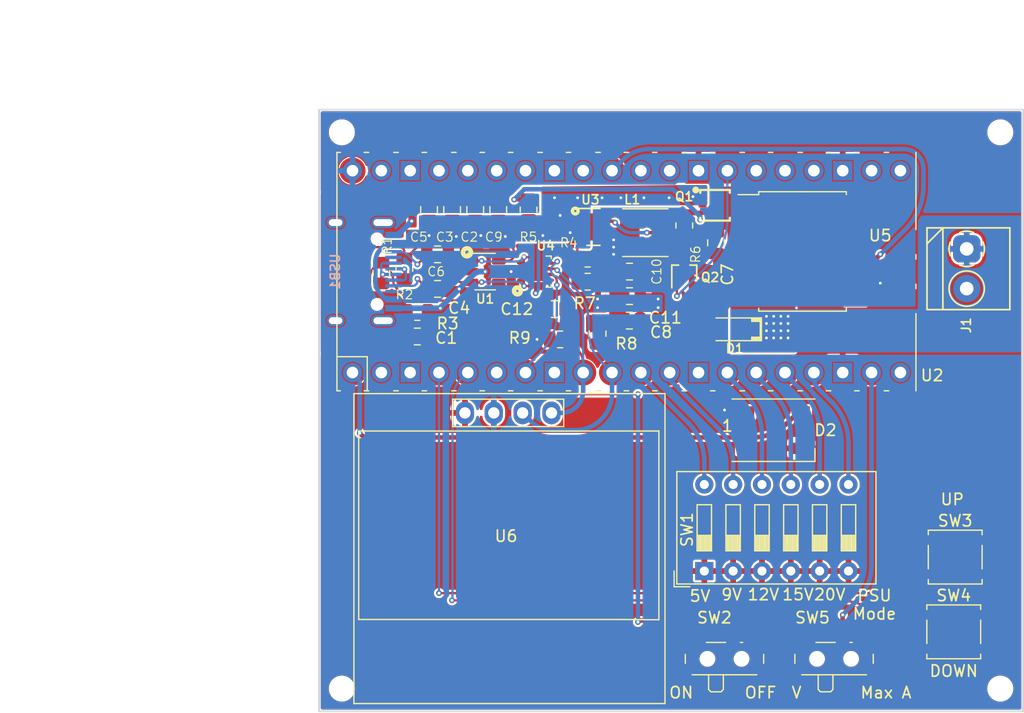
<source format=kicad_pcb>
(kicad_pcb (version 20221018) (generator pcbnew)
  (layers (0 "F.Cu" signal) (31 "B.Cu" signal) (34 "B.Paste" user) (35 "F.Paste" user) (36 "B.SilkS" user "B.Silkscreen") (37 "F.SilkS" user "F.Silkscreen") (38 "B.Mask" user) (39 "F.Mask" user) (44 "Edge.Cuts" user))
  (net 0 "")
  (net 1 "GND")
  (net 2 "/CC1")
  (net 3 "/CC2")
  (net 4 "/SHIELD")
  (net 5 "/D1_N")
  (net 6 "/D_N")
  (net 7 "+5V")
  (net 8 "VBUS")
  (net 9 "ENOUT")
  (net 10 "SDA")
  (net 11 "SCL")
  (net 13 "Net-(D2-DIN)")
  (net 14 "/SW1")
  (net 15 "/D1_P")
  (net 16 "Net-(Q1-G)")
  (net 17 "Net-(Q2-C)")
  (net 18 "Net-(U1-FB)")
  (net 19 "/D_P")
  (net 20 "/OUT")
  (net 21 "Net-(SW1A-B)")
  (net 22 "Net-(U3-GPIO3)")
  (net 23 "Net-(SW4A-B)")
  (net 24 "Net-(U3-GPIO2)")
  (net 25 "ENPSU")
  (net 26 "EN20V")
  (net 27 "EN15V")
  (net 28 "EN12V")
  (net 29 "EN9V")
  (net 30 "EN5V")
  (net 31 "INT_N")
  (net 33 "unconnected-(U3-GPIO1-Pad2)")
  (net 34 "Net-(U3-GPIO15)")
  (net 41 "ADC0")
  (net 49 "/HALL_IN")
  (footprint "-Passive:L_4012" (layer "F.Cu") (at 203.735 97.841 180)
    (fp_text reference "L1")
    (fp_text value "10uH")
  )
  (footprint "Capacitor_SMD:C_0805_2012Metric" (layer "F.Cu") (at 202.338 103.429)
    (fp_text reference "C11")
    (fp_text value "10uF")
  )
  (footprint "-Chip:WQFN-14-1EP_2.5x2.5mm_P0.5mm_EP1.45x1.45mm" (layer "F.Cu") (at 194.069 101.27)
    (fp_text reference "U4")
    (fp_text value "FUSB302BMPX")
  )
  (footprint "Capacitor_SMD:C_0805_2012Metric" (layer "F.Cu") (at 185.433 99.746 180)
    (fp_text reference "C6")
    (fp_text value "330pF")
  )
  (footprint "LED_SMD:LED_WS2812B_PLCC4_5.0x5.0mm_P3.2mm" (layer "F.Cu") (at 215.024 115.24)
    (fp_text reference "D2")
    (fp_text value "WS2812B")
  )
  (footprint "-Discrete:D_SOD-123" (layer "F.Cu") (at 211.609 106.35 180)
    (fp_text reference "D1")
    (fp_text value "SMF22A")
  )
  (footprint "Capacitor_SMD:C_0805_2012Metric" (layer "F.Cu") (at 184.685 95.809 90)
    (fp_text reference "C5")
    (fp_text value "1uF 50V")
  )
  (footprint "-Chip:SOT-23-6" (layer "F.Cu") (at 189.624 101.27 180)
    (fp_text reference "U1")
    (fp_text value "SRV05-4")
  )
  (footprint "Capacitor_SMD:C_0805_2012Metric" (layer "F.Cu") (at 185.433 102.794 180)
    (fp_text reference "C4")
    (fp_text value "330pF")
  )
  (footprint "Button_Switch_THT:SW_DIP_SPSTx06_Slide_9.78x17.42mm_W7.62mm_P2.54mm" (layer "F.Cu") (at 208.928 127.6435 90)
    (fp_text reference "SW1")
    (fp_text value "SW_DIP_x06")
  )
  (footprint "Capacitor_SMD:C_0805_2012Metric" (layer "F.Cu") (at 195.72 104.572)
    (fp_text reference "C12")
    (fp_text value "0.1uF")
  )
  (footprint "-Hole:D1_8_PAD" (layer "F.Cu") (at 235 138)
    (fp_text reference "H4" hide)
    (fp_text value "MountingHole")
  )
  (footprint "Capacitor_SMD:C_0805_2012Metric" (layer "F.Cu") (at 186.717 95.809 90)
    (fp_text reference "C3")
    (fp_text value "1uF 50V")
  )
  (footprint "Capacitor_SMD:C_0805_2012Metric" (layer "F.Cu") (at 190.781 95.809 90)
    (fp_text reference "C9")
    (fp_text value "0.1uF")
  )
  (footprint "-Discrete:SOT-323_SC-70" (layer "F.Cu") (at 207.164 101.397 90)
    (fp_text reference "Q2")
    (fp_text value "DTC143E")
  )
  (footprint "Resistor_SMD:R_0805_2012Metric" (layer "F.Cu") (at 180.48 101.397 -90)
    (fp_text reference "R1")
    (fp_text value "22R")
  )
  (footprint "-Hole:D1_8_PAD" (layer "F.Cu") (at 235 89)
    (fp_text reference "H2" hide)
    (fp_text value "MountingHole")
  )
  (footprint "Resistor_SMD:R_0805_2012Metric" (layer "F.Cu") (at 196.228 107.239)
    (fp_text reference "R9")
    (fp_text value "2k")
  )
  (footprint "Capacitor_SMD:C_0805_2012Metric" (layer "F.Cu") (at 188.749 95.809 90)
    (fp_text reference "C2")
    (fp_text value "1uF 50V")
  )
  (footprint "Capacitor_SMD:C_0805_2012Metric" (layer "F.Cu") (at 183.6455 106.985)
    (fp_text reference "C1")
    (fp_text value "10nF")
  )
  (footprint "-Chip:WSON-10-1EP_2x3mm_P0.5mm_EP0.84x2.4mm" (layer "F.Cu") (at 199.163 97.333)
    (fp_text reference "U3")
    (fp_text value "TPS62175DQC")
  )
  (footprint "Capacitor_SMD:C_0805_2012Metric" (layer "F.Cu") (at 209.958 98.73 -90)
    (fp_text reference "C7")
    (fp_text value "1uF 50V")
  )
  (footprint "Resistor_SMD:R_0805_2012Metric" (layer "F.Cu") (at 199.53 106.731 -90)
    (fp_text reference "R8")
    (fp_text value "2k")
  )
  (footprint "Capacitor_SMD:C_0805_2012Metric" (layer "F.Cu") (at 202.338 101.27)
    (fp_text reference "C10")
    (fp_text value "10uF")
  )
  (footprint "Resistor_SMD:R_0805_2012Metric" (layer "F.Cu") (at 182.512 101.016 -90)
    (fp_text reference "R2")
    (fp_text value "22R")
  )
  (footprint "Resistor_SMD:R_0805_2012Metric" (layer "F.Cu") (at 198.655 102.159)
    (fp_text reference "R7")
    (fp_text value "51k")
  )
  (footprint "Button_Switch_SMD:SW_SPDT_PCM12" (layer "F.Cu") (at 220.358 135.052)
    (fp_text reference "SW5")
    (fp_text value "SW_DPST_x2")
  )
  (footprint "Resistor_SMD:R_0805_2012Metric" (layer "F.Cu") (at 193.448 95.809 90)
    (fp_text reference "R5")
    (fp_text value "10k")
  )
  (footprint "Package_SO:SOIC-16W_7.5x10.3mm_P1.27mm" (layer "F.Cu") (at 217.578 99.492)
    (fp_text reference "U5")
    (fp_text value "ACS723xMATR-10AB")
  )
  (footprint "Resistor_SMD:R_0805_2012Metric" (layer "F.Cu") (at 183.6455 104.826)
    (fp_text reference "R3")
    (fp_text value "10k")
  )
  (footprint "Button_Switch_SMD:SW_SPST_TL3305C" (layer "F.Cu") (at 231.026 126.416)
    (fp_text reference "SW3")
    (fp_text value "SW_Push")
  )
  (footprint "-Hole:D1_8_PAD" (layer "F.Cu") (at 177 89)
    (fp_text reference "H1" hide)
    (fp_text value "MountingHole")
  )
  (footprint "-Hole:D1_8_PAD" (layer "F.Cu") (at 177 138)
    (fp_text reference "H3" hide)
    (fp_text value "MountingHole")
  )
  (footprint "Resistor_SMD:R_0805_2012Metric" (layer "F.Cu") (at 198.655 100.127 180)
    (fp_text reference "R4")
    (fp_text value "270k")
  )
  (footprint "Resistor_SMD:R_0805_2012Metric" (layer "F.Cu") (at 207.164 97.206 -90)
    (fp_text reference "R6")
    (fp_text value "1k")
  )
  (footprint "MCU_RaspberryPi_and_Boards:RPi_Pico_SMD_TH" (layer "F.Cu") (at 202.07 101.27 90)
    (fp_text reference "U2")
    (fp_text value "Pico")
  )
  (footprint "Button_Switch_SMD:SW_SPDT_PCM12" (layer "F.Cu") (at 210.706 135.052)
    (fp_text reference "SW2")
    (fp_text value "SW_DPST_x2")
  )
  (footprint "Capacitor_SMD:C_0805_2012Metric" (layer "F.Cu") (at 202.324 105.588)
    (fp_text reference "C8")
    (fp_text value "10uF")
  )
  (footprint "Button_Switch_SMD:SW_SPST_TL3305C" (layer "F.Cu") (at 230.899 133)
    (fp_text reference "SW4")
    (fp_text value "SW_Push")
  )
  (footprint "-Chip:DFN-2523-6" (layer "F.Cu") (at 209.875 95.428)
    (fp_text reference "Q1")
    (fp_text value "DMP3017SFK" hide)
  )
  (footprint "SSD1306:128x64OLED" (layer "F.Cu") (at 191.466 124.316)
    (fp_text reference "U6")
    (fp_text value "oledSym")
  )
  (footprint "-Connector:TerminalBlock_3.5mm_2P" (layer "F.Cu") (at 232.042 101.016 -90)
    (fp_text reference "J1")
    (fp_text value "Conn_01x02")
  )
  (footprint "-Connector:HRO-TYPE-C-31-M-12" (layer "B.Cu") (at 173.855 101.27 90)
    (fp_text reference "USB1")
    (fp_text value "HRO-TYPE-C-31-M-12")
  )
  (gr_poly (pts (xy 237 140) (xy 175 140) (xy 175 110) (xy 175 109.504) (xy 175 94.264) (xy 175 93.264) (xy 175 87) (xy 237 87)) (stroke (width 0.15)) (fill none) (layer "Edge.Cuts"))
  (gr_text "15V" (at 217.183 129.718) (layer "F.SilkS") (effects (font (size 1 1))))
  (gr_text "UP" (at 230.772 121.336) (layer "F.SilkS") (effects (font (size 1 1))))
  (gr_text "PSU\nMode" (at 223.914 130.607) (layer "F.SilkS") (effects (font (size 1 1))))
  (gr_text "12V" (at 214.135 129.718) (layer "F.SilkS") (effects (font (size 1 1))))
  (gr_text "9V" (at 211.341 129.718) (layer "F.SilkS") (effects (font (size 1 1))))
  (gr_text "5V" (at 208.547 129.845) (layer "F.SilkS") (effects (font (size 1 1))))
  (gr_text "20V" (at 219.977 129.718) (layer "F.SilkS") (effects (font (size 1 1))))
  (gr_text "DOWN" (at 230.899 136.449) (layer "F.SilkS") (effects (font (size 1 1))))
  (gr_text "OFF" (at 213.881 138.354) (layer "F.SilkS") (effects (font (size 1 1))))
  (gr_text "V" (at 217.056 138.354) (layer "F.SilkS") (effects (font (size 1 1))))
  (gr_text "Max A" (at 224.93 138.354) (layer "F.SilkS") (effects (font (size 1 1))))
  (gr_text "ON" (at 206.896 138.354) (layer "F.SilkS") (effects (font (size 1 1))))
  (segment (start 198.350011 96.333) (end 198.213 96.333) (width 0.2) (layer "F.Cu") (net 1))
  (segment (start 199.04844 97.447558) (end 198.822099 97.6739) (width 0.2) (layer "F.Cu") (net 1))
  (segment (start 199.163 97.170989) (end 199.163 97.495011) (width 0.2) (layer "F.Cu") (net 1))
  (segment (start 199.5039 98.1739) (end 199.339776 98.009776) (width 0.2) (layer "F.Cu") (net 1))
  (segment (start 198.438 97.833) (end 198.213 97.833) (width 0.2) (layer "F.Cu") (net 1))
  (segment (start 196.609 99.504707) (end 196.609 99.746) (width 0.2) (layer "F.Cu") (net 1))
  (segment (start 198.051207 97.833) (end 198.063 97.833) (width 0.2) (layer "F.Cu") (net 1))
  (segment (start 198.583903 96.429881) (end 199.04844 96.894418) (width 0.2) (layer "F.Cu") (net 1))
  (segment (start 198.031076 97.841338) (end 196.779619 99.092795) (width 0.2) (layer "F.Cu") (net 1))
  (segment (start 199.163 97.495011) (end 199.163 97.583) (width 0.2) (layer "F.Cu") (net 1))
  (segment (start 199.888 98.333) (end 200.113 98.333) (width 0.2) (layer "F.Cu") (net 1))
  (via (at 204.864 104.445) (size 0.5) (drill 0.25) (layers "F.Cu" "B.Cu") (net 1))
  (via (at 204.864 103.683) (size 0.5) (drill 0.25) (layers "F.Cu" "B.Cu") (net 1))
  (via (at 199.53 103.683) (size 0.5) (drill 0.25) (layers "F.Cu" "B.Cu") (net 1))
  (via (at 199.53 104.445) (size 0.5) (drill 0.25) (layers "F.Cu" "B.Cu") (net 1))
  (via (at 183.147 96.825) (size 0.5) (drill 0.25) (layers "F.Cu" "B.Cu") (net 1))
  (via (at 185.687 104.495) (size 0.5) (drill 0.25) (layers "F.Cu" "B.Cu") (net 1))
  (via (at 189.624 101.27) (size 0.5) (drill 0.25) (layers "F.Cu" "B.Cu") (net 1))
  (via (at 187.338 102.794) (size 0.5) (drill 0.25) (layers "F.Cu" "B.Cu") (net 1))
  (arc (start 199.04844 97.447558) (mid 199.133226 97.320667) (end 199.163 97.170989) (width 0.2) (layer "F.Cu") (net 1))
  (arc (start 199.163 97.583) (mid 199.208942 97.813969) (end 199.339776 98.009776) (width 0.2) (layer "F.Cu") (net 1))
  (arc (start 199.5039 98.1739) (mid 199.680126 98.291651) (end 199.888 98.333) (width 0.2) (layer "F.Cu") (net 1))
  (arc (start 198.051207 97.833) (mid 198.040312 97.835166) (end 198.031076 97.841338) (width 0.2) (layer "F.Cu") (net 1))
  (arc (start 199.04844 96.894418) (mid 199.133226 97.02131) (end 199.163 97.170989) (width 0.2) (layer "F.Cu") (net 1))
  (arc (start 199.163 97.495011) (mid 199.121573 97.433011) (end 199.04844 97.447558) (width 0.2) (layer "F.Cu") (net 1))
  (arc (start 198.583903 96.429881) (mid 198.476592 96.358178) (end 198.350011 96.333) (width 0.2) (layer "F.Cu") (net 1))
  (arc (start 198.822099 97.6739) (mid 198.645872 97.791651) (end 198.438 97.833) (width 0.2) (layer "F.Cu") (net 1))
  (arc (start 196.779619 99.092795) (mid 196.653342 99.281782) (end 196.609 99.504707) (width 0.2) (layer "F.Cu") (net 1))
  (segment (start 185.687 104.495) (end 185.687 104.47) (width 0.5) (layer "B.Cu") (net 1))
  (segment (start 189.243 101.27) (end 189.624 101.27) (width 0.5) (layer "B.Cu") (net 1))
  (segment (start 181.7385 98.045) (end 181.55 98.045) (width 0.5) (layer "B.Cu") (net 1))
  (segment (start 183.147 96.825) (end 182.060289 97.91171) (width 0.5) (layer "B.Cu") (net 1))
  (segment (start 185.687 104.495) (end 181.55 104.495) (width 0.5) (layer "B.Cu") (net 1))
  (segment (start 188.592592 101.539407) (end 187.338 102.794) (width 0.5) (layer "B.Cu") (net 1))
  (segment (start 185.704677 104.427322) (end 187.338 102.794) (width 0.5) (layer "B.Cu") (net 1))
  (arc (start 182.060289 97.91171) (mid 181.912651 98.010359) (end 181.7385 98.045) (width 0.5) (layer "B.Cu") (net 1))
  (arc (start 189.243 101.27) (mid 188.891001 101.340016) (end 188.592592 101.539407) (width 0.5) (layer "B.Cu") (net 1))
  (arc (start 185.704677 104.427322) (mid 185.691594 104.446902) (end 185.687 104.47) (width 0.5) (layer "B.Cu") (net 1))
  (segment (start 193.053 102.359714) (end 193.053 102.54) (width 0.2) (layer "F.Cu") (net 2))
  (segment (start 193.514 102.54) (end 193.053 102.54) (width 0.2) (layer "F.Cu") (net 2))
  (segment (start 184.835499 102.121499) (end 184.596137 102.360862) (width 0.2) (layer "F.Cu") (net 2))
  (segment (start 193.514 102.54) (end 193.569 102.485) (width 0.2) (layer "F.Cu") (net 2))
  (segment (start 192.9535 102.1195) (end 192.854 102.02) (width 0.2) (layer "F.Cu") (net 2))
  (segment (start 185.68651 101.769) (end 186.541911 101.769) (width 0.2) (layer "F.Cu") (net 2))
  (segment (start 188.424 102.22) (end 187.630722 102.22) (width 0.2) (layer "F.Cu") (net 2))
  (segment (start 189.309 102.1955) (end 189.29675 102.20775) (width 0.2) (layer "F.Cu") (net 2))
  (segment (start 188.424 102.22) (end 189.267175 102.22) (width 0.2) (layer "F.Cu") (net 2))
  (segment (start 184.483 102.634) (end 184.483 102.76025) (width 0.2) (layer "F.Cu") (net 2))
  (segment (start 184.459135 102.702635) (end 183.6615 101.905) (width 0.2) (layer "F.Cu") (net 2))
  (via (at 193.053 102.54) (size 0.5) (drill 0.25) (layers "F.Cu" "B.Cu") (net 2))
  (via (at 183.6615 101.905) (size 0.5) (drill 0.25) (layers "F.Cu" "B.Cu") (net 2))
  (via (at 189.309 102.1955) (size 0.5) (drill 0.25) (layers "F.Cu" "B.Cu") (net 2))
  (arc (start 185.68651 101.769) (mid 185.225946 101.860611) (end 184.835499 102.121499) (width 0.2) (layer "F.Cu") (net 2))
  (arc (start 189.29675 102.20775) (mid 189.283181 102.216816) (end 189.267175 102.22) (width 0.2) (layer "F.Cu") (net 2))
  (arc (start 184.483 102.76025) (mid 184.483 102.76025) (end 184.483 102.76025) (width 0.2) (layer "F.Cu") (net 2))
  (arc (start 192.9535 102.1195) (mid 193.02714 102.229711) (end 193.053 102.359714) (width 0.2) (layer "F.Cu") (net 2))
  (arc (start 184.459135 102.702635) (mid 184.476797 102.729069) (end 184.483 102.76025) (width 0.2) (layer "F.Cu") (net 2))
  (arc (start 187.086317 101.9945) (mid 187.336092 102.161394) (end 187.630722 102.22) (width 0.2) (layer "F.Cu") (net 2))
  (arc (start 187.086317 101.9945) (mid 186.836541 101.827605) (end 186.541911 101.769) (width 0.2) (layer "F.Cu") (net 2))
  (arc (start 184.596137 102.360862) (mid 184.512403 102.486179) (end 184.483 102.634) (width 0.2) (layer "F.Cu") (net 2))
  (segment (start 183.6615 101.905) (end 183.6615 102.10944) (width 0.2) (layer "B.Cu") (net 2))
  (segment (start 193.053 102.54) (end 192.8625 102.3495) (width 0.2) (layer "B.Cu") (net 2))
  (segment (start 189.371309 102.159) (end 192.402592 102.159) (width 0.2) (layer "B.Cu") (net 2))
  (segment (start 189.32725 102.17725) (end 189.309 102.1955) (width 0.2) (layer "B.Cu") (net 2))
  (segment (start 183.25094 102.52) (end 181.55 102.52) (width 0.2) (layer "B.Cu") (net 2))
  (arc (start 192.8625 102.3495) (mid 192.651492 102.208509) (end 192.402592 102.159) (width 0.2) (layer "B.Cu") (net 2))
  (arc (start 189.371309 102.159) (mid 189.347464 102.163743) (end 189.32725 102.17725) (width 0.2) (layer "B.Cu") (net 2))
  (arc (start 183.54125 102.39975) (mid 183.408054 102.488748) (end 183.25094 102.52) (width 0.2) (layer "B.Cu") (net 2))
  (arc (start 183.6615 102.10944) (mid 183.630248 102.266554) (end 183.54125 102.39975) (width 0.2) (layer "B.Cu") (net 2))
  (segment (start 192.9535 100.4205) (end 192.854 100.52) (width 0.2) (layer "F.Cu") (net 3))
  (segment (start 184.461433 99.828566) (end 183.655 100.635) (width 0.2) (layer "F.Cu") (net 3))
  (segment (start 193.053 100.180285) (end 193.053 100) (width 0.2) (layer "F.Cu") (net 3))
  (segment (start 187.630722 100.32) (end 188.424 100.32) (width 0.2) (layer "F.Cu") (net 3))
  (segment (start 184.8355 100.4185) (end 184.596137 100.179137) (width 0.2) (layer "F.Cu") (net 3))
  (segment (start 193.514 100) (end 193.569 100.055) (width 0.2) (layer "F.Cu") (net 3))
  (segment (start 184.483 99.7765) (end 184.483 99.906) (width 0.2) (layer "F.Cu") (net 3))
  (segment (start 193.514 100) (end 193.053 100) (width 0.2) (layer "F.Cu") (net 3))
  (segment (start 188.424 100.32) (end 189.309 100.32) (width 0.2) (layer "F.Cu") (net 3))
  (segment (start 185.68651 100.771) (end 186.541911 100.771) (width 0.2) (layer "F.Cu") (net 3))
  (via (at 183.655 100.635) (size 0.5) (drill 0.25) (layers "F.Cu" "B.Cu") (net 3))
  (via (at 193.053 100) (size 0.5) (drill 0.25) (layers "F.Cu" "B.Cu") (net 3))
  (via (at 189.309 100.32) (size 0.5) (drill 0.25) (layers "F.Cu" "B.Cu") (net 3))
  (arc (start 184.8355 100.4185) (mid 185.225946 100.679388) (end 185.68651 100.771) (width 0.2) (layer "F.Cu") (net 3))
  (arc (start 184.483 99.7765) (mid 184.483 99.7765) (end 184.483 99.7765) (width 0.2) (layer "F.Cu") (net 3))
  (arc (start 184.483 99.906) (mid 184.512403 100.05382) (end 184.596137 100.179137) (width 0.2) (layer "F.Cu") (net 3))
  (arc (start 187.086317 100.5455) (mid 186.836541 100.712394) (end 186.541911 100.771) (width 0.2) (layer "F.Cu") (net 3))
  (arc (start 187.630722 100.32) (mid 187.336092 100.378605) (end 187.086317 100.5455) (width 0.2) (layer "F.Cu") (net 3))
  (arc (start 184.483 99.7765) (mid 184.477394 99.804678) (end 184.461433 99.828566) (width 0.2) (layer "F.Cu") (net 3))
  (arc (start 193.053 100.180285) (mid 193.02714 100.310288) (end 192.9535 100.4205) (width 0.2) (layer "F.Cu") (net 3))
  (segment (start 189.413133 100.381) (end 192.402592 100.381) (width 0.2) (layer "B.Cu") (net 3))
  (segment (start 189.309 100.32) (end 189.3395 100.3505) (width 0.2) (layer "B.Cu") (net 3))
  (segment (start 182.890017 99.870017) (end 183.655 100.635) (width 0.2) (layer "B.Cu") (net 3))
  (segment (start 192.8625 100.1905) (end 193.053 100) (width 0.2) (layer "B.Cu") (net 3))
  (segment (start 182.045 99.52) (end 181.55 99.52) (width 0.2) (layer "B.Cu") (net 3))
  (arc (start 192.8625 100.1905) (mid 192.651492 100.33149) (end 192.402592 100.381) (width 0.2) (layer "B.Cu") (net 3))
  (arc (start 189.3395 100.3505) (mid 189.373283 100.373073) (end 189.413133 100.381) (width 0.2) (layer "B.Cu") (net 3))
  (arc (start 182.890017 99.870017) (mid 182.50232 99.610966) (end 182.045 99.52) (width 0.2) (layer "B.Cu") (net 3))
  (segment (start 190.013276 98.839724) (end 190.013276 98.839725) (width 0.2) (layer "F.Cu") (net 5))
  (segment (start 178.0285 100.254) (end 177.99 100.254) (width 0.2) (layer "F.Cu") (net 5))
  (segment (start 189.113276 98.721) (end 188.750724 98.721) (width 0.2) (layer "F.Cu") (net 5))
  (segment (start 189.113276 98.721) (end 189.294552 98.721) (width 0.2) (layer "F.Cu") (net 5))
  (segment (start 180.018223 99.111) (end 182.078394 99.111) (width 0.2) (layer "F.Cu") (net 5))
  (segment (start 192.164 99.773725) (end 192.164 99.603574) (width 0.2) (layer "F.Cu") (net 5))
  (segment (start 183.313932 99.412249) (end 182.661815 100.064367) (width 0.2) (layer "F.Cu") (net 5))
  (segment (start 178.638499 99.682499) (end 178.094223 100.226776) (width 0.2) (layer "F.Cu") (net 5))
  (segment (start 182.512 99.544605) (end 182.512 100.048158) (width 0.2) (layer "F.Cu") (net 5))
  (segment (start 184.982758 98.721) (end 188.750724 98.721) (width 0.2) (layer "F.Cu") (net 5))
  (segment (start 191.617725 100.32) (end 190.824 100.32) (width 0.2) (layer "F.Cu") (net 5))
  (segment (start 189.532 98.958449) (end 189.894552 98.958449) (width 0.2) (layer "F.Cu") (net 5))
  (segment (start 191.281425 98.721) (end 190.132 98.721) (width 0.2) (layer "F.Cu") (net 5))
  (segment (start 189.413276 98.839725) (end 189.413276 98.839724) (width 0.2) (layer "F.Cu") (net 5))
  (arc (start 189.413276 98.839725) (mid 189.448049 98.923676) (end 189.532 98.958449) (width 0.2) (layer "F.Cu") (net 5))
  (arc (start 189.413276 98.839724) (mid 189.378503 98.755773) (end 189.294552 98.721) (width 0.2) (layer "F.Cu") (net 5))
  (arc (start 190.132 98.721) (mid 190.048049 98.755773) (end 190.013276 98.839724) (width 0.2) (layer "F.Cu") (net 5))
  (arc (start 180.018223 99.111) (mid 179.271522 99.259527) (end 178.638499 99.682499) (width 0.2) (layer "F.Cu") (net 5))
  (arc (start 182.661815 100.064367) (mid 182.61847 100.093329) (end 182.567341 100.1035) (width 0.2) (layer "F.Cu") (net 5))
  (arc (start 190.013276 98.839725) (mid 189.978503 98.923676) (end 189.894552 98.958449) (width 0.2) (layer "F.Cu") (net 5))
  (arc (start 192.004 100.16) (mid 191.826775 100.278417) (end 191.617725 100.32) (width 0.2) (layer "F.Cu") (net 5))
  (arc (start 182.512 100.048158) (mid 182.528209 100.08729) (end 182.567341 100.1035) (width 0.2) (layer "F.Cu") (net 5))
  (arc (start 182.385 99.238) (mid 182.478993 99.378671) (end 182.512 99.544605) (width 0.2) (layer "F.Cu") (net 5))
  (arc (start 191.9055 98.9795) (mid 191.619172 98.788181) (end 191.281425 98.721) (width 0.2) (layer "F.Cu") (net 5))
  (arc (start 178.094223 100.226776) (mid 178.064069 100.246924) (end 178.0285 100.254) (width 0.2) (layer "F.Cu") (net 5))
  (arc (start 191.9055 98.9795) (mid 192.096818 99.265827) (end 192.164 99.603574) (width 0.2) (layer "F.Cu") (net 5))
  (arc (start 184.982758 98.721) (mid 184.079596 98.900649) (end 183.313932 99.412249) (width 0.2) (layer "F.Cu") (net 5))
  (arc (start 182.385 99.238) (mid 182.244328 99.144006) (end 182.078394 99.111) (width 0.2) (layer "F.Cu") (net 5))
  (arc (start 192.164 99.773725) (mid 192.122417 99.982775) (end 192.004 100.16) (width 0.2) (layer "F.Cu") (net 5))
  (segment (start 182.512 101.072328) (end 182.512 101.9285) (width 0.2) (layer "F.Cu") (net 6))
  (segment (start 182.516 101.0655) (end 182.514 101.0675) (width 0.2) (layer "F.Cu") (net 6))
  (via (at 182.516 101.0655) (size 0.5) (drill 0.25) (layers "F.Cu" "B.Cu") (net 6))
  (arc (start 182.514 101.0675) (mid 182.512519 101.069715) (end 182.512 101.072328) (width 0.2) (layer "F.Cu") (net 6))
  (segment (start 182.442682 102.02) (end 181.55 102.02) (width 0.2) (layer "B.Cu") (net 6))
  (segment (start 182.639 101.524) (end 182.639 101.229974) (width 0.2) (layer "B.Cu") (net 6))
  (segment (start 182.639 101.524) (end 182.639 101.778) (width 0.2) (layer "B.Cu") (net 6))
  (segment (start 182.639 101.778) (end 182.639 101.823682) (width 0.2) (layer "B.Cu") (net 6))
  (segment (start 182.429025 101.02) (end 181.55 101.02) (width 0.2) (layer "B.Cu") (net 6))
  (arc (start 182.5775 101.0815) (mid 182.509379 101.035983) (end 182.429025 101.02) (width 0.2) (layer "B.Cu") (net 6))
  (arc (start 182.5775 101.0815) (mid 182.623016 101.14962) (end 182.639 101.229974) (width 0.2) (layer "B.Cu") (net 6))
  (arc (start 182.5815 101.9625) (mid 182.517809 102.005056) (end 182.442682 102.02) (width 0.2) (layer "B.Cu") (net 6))
  (arc (start 182.639 101.823682) (mid 182.624056 101.898809) (end 182.5815 101.9625) (width 0.2) (layer "B.Cu") (net 6))
  (segment (start 194.9605 104.3815) (end 194.77 104.572) (width 0.4) (layer "F.Cu") (net 7))
  (segment (start 224.436 102.286) (end 224.2455 102.4765) (width 0.3) (layer "F.Cu") (net 7))
  (segment (start 195.085 102.359714) (end 195.085 102.54) (width 0.2) (layer "F.Cu") (net 7))
  (segment (start 191.91 101.27) (end 192.035 101.145) (width 0.2) (layer "F.Cu") (net 7))
  (segment (start 194.196 107.239) (end 194.881894 107.239) (width 0.4) (layer "F.Cu") (net 7))
  (segment (start 210.706 113.462) (end 210.77 113.526) (width 0.25) (layer "F.Cu") (net 7))
  (segment (start 194.624 102.54) (end 194.569 102.485) (width 0.2) (layer "F.Cu") (net 7))
  (segment (start 195.151 102.652669) (end 195.151 103.921592) (width 0.4) (layer "F.Cu") (net 7))
  (segment (start 191.91 101.27) (end 192.035 101.395) (width 0.2) (layer "F.Cu") (net 7))
  (segment (start 192.336776 101.02) (end 192.854 101.02) (width 0.2) (layer "F.Cu") (net 7))
  (segment (start 194.624 102.54) (end 195.085 102.54) (width 0.2) (layer "F.Cu") (net 7))
  (segment (start 195.1845 102.1195) (end 195.284 102.02) (width 0.2) (layer "F.Cu") (net 7))
  (segment (start 191.91 101.27) (end 190.824 101.27) (width 0.2) (layer "F.Cu") (net 7))
  (segment (start 223.785592 102.667) (end 222.228 102.667) (width 0.3) (layer "F.Cu") (net 7))
  (segment (start 195.1885 107.366) (end 195.3155 107.493) (width 0.4) (layer "F.Cu") (net 7))
  (segment (start 192.336776 101.52) (end 192.854 101.52) (width 0.2) (layer "F.Cu") (net 7))
  (segment (start 210.924509 113.59) (end 212.574 113.59) (width 0.25) (layer "F.Cu") (net 7))
  (segment (start 195.118 102.573) (end 195.085 102.54) (width 0.2) (layer "F.Cu") (net 7))
  (via (at 195.085 102.54) (size 0.5) (drill 0.25) (layers "F.Cu" "B.Cu") (net 7))
  (via (at 200.941 99.746) (size 0.5) (drill 0.25) (layers "F.Cu" "B.Cu") (net 7))
  (via (at 224.436 102.286) (size 0.5) (drill 0.25) (layers "F.Cu" "B.Cu") (net 7))
  (via (at 191.91 101.27) (size 0.5) (drill 0.25) (layers "F.Cu" "B.Cu") (net 7))
  (via (at 200.941 98.476) (size 0.5) (drill 0.25) (layers "F.Cu" "B.Cu") (net 7))
  (via (at 194.196 107.239) (size 0.5) (drill 0.25) (layers "F.Cu" "B.Cu") (net 7))
  (via (at 200.941 99.111) (size 0.5) (drill 0.25) (layers "F.Cu" "B.Cu") (net 7))
  (via (at 210.706 113.462) (size 0.5) (drill 0.25) (layers "F.Cu" "B.Cu") (net 7))
  (arc (start 210.77 113.526) (mid 210.840889 113.573366) (end 210.924509 113.59) (width 0.25) (layer "F.Cu") (net 7))
  (arc (start 192.035 101.395) (mid 192.173456 101.487513) (end 192.336776 101.52) (width 0.2) (layer "F.Cu") (net 7))
  (arc (start 195.118 102.573) (mid 195.142423 102.609552) (end 195.151 102.652669) (width 0.2) (layer "F.Cu") (net 7))
  (arc (start 195.1885 107.366) (mid 195.047828 107.272006) (end 194.881894 107.239) (width 0.4) (layer "F.Cu") (net 7))
  (arc (start 224.2455 102.4765) (mid 224.034492 102.61749) (end 223.785592 102.667) (width 0.3) (layer "F.Cu") (net 7))
  (arc (start 195.151 103.921592) (mid 195.10149 104.170492) (end 194.9605 104.3815) (width 0.4) (layer "F.Cu") (net 7))
  (arc (start 195.1845 102.1195) (mid 195.110859 102.229711) (end 195.085 102.359714) (width 0.2) (layer "F.Cu") (net 7))
  (arc (start 192.336776 101.02) (mid 192.173456 101.052486) (end 192.035 101.145) (width 0.2) (layer "F.Cu") (net 7))
  (segment (start 194.069 103.175) (end 194.069 102.485) (width 0.3) (layer "F.Cu") (net 8))
  (via (at 197.117 97.841) (size 0.5) (drill 0.25) (layers "F.Cu" "B.Cu") (net 8))
  (via (at 195.734 94.7655) (size 0.5) (drill 0.25) (layers "F.Cu" "B.Cu") (net 8))
  (via (at 187.084 98.1715) (size 0.5) (drill 0.25) (layers "F.Cu" "B.Cu") (net 8))
  (via (at 201.576 94.7655) (size 0.5) (drill 0.25) (layers "F.Cu" "B.Cu") (net 8))
  (via (at 184.685 98.095) (size 0.5) (drill 0.25) (layers "F.Cu" "B.Cu") (net 8))
  (via (at 205.823642 94.7655) (size 0.5) (drill 0.25) (layers "F.Cu" "B.Cu") (net 8))
  (via (at 199.925 94.7655) (size 0.5) (drill 0.25) (layers "F.Cu" "B.Cu") (net 8))
  (via (at 207.926 94.666) (size 0.5) (drill 0.25) (layers "F.Cu" "B.Cu") (net 8))
  (via (at 197.766 94.7655) (size 0.5) (drill 0.25) (layers "F.Cu" "B.Cu") (net 8))
  (via (at 194.069 103.175) (size 0.5) (drill 0.25) (layers "F.Cu" "B.Cu") (net 8))
  (via (at 191.402 98.1715) (size 0.5) (drill 0.25) (layers "F.Cu" "B.Cu") (net 8))
  (via (at 189.243 98.095) (size 0.5) (drill 0.25) (layers "F.Cu" "B.Cu") (net 8))
  (via (at 196.228 96.317) (size 0.5) (drill 0.25) (layers "F.Cu" "B.Cu") (net 8))
  (via (at 203.608 94.7655) (size 0.5) (drill 0.25) (layers "F.Cu" "B.Cu") (net 8))
  (via (at 194.704 98.095) (size 0.5) (drill 0.25) (layers "F.Cu" "B.Cu") (net 8))
  (segment (start 194.196 103.048) (end 194.069 103.175) (width 0.3) (layer "B.Cu") (net 8))
  (segment (start 181.224 98.82) (end 181.55 98.82) (width 0.4) (layer "B.Cu") (net 8))
  (segment (start 194.704 98.095) (end 194.5135 98.2855) (width 0.3) (layer "B.Cu") (net 8))
  (segment (start 179.953 102.106784) (end 179.953 100.433215) (width 0.4) (layer "B.Cu") (net 8))
  (segment (start 180.667483 103.489483) (end 180.4255 103.2475) (width 0.4) (layer "B.Cu") (net 8))
  (segment (start 180.667483 99.050516) (end 180.4255 99.2925) (width 0.4) (layer "B.Cu") (net 8))
  (segment (start 194.323 102.741394) (end 194.323 98.745407) (width 0.3) (layer "B.Cu") (net 8))
  (segment (start 181.224 103.72) (end 181.55 103.72) (width 0.4) (layer "B.Cu") (net 8))
  (arc (start 180.667483 103.489483) (mid 180.922815 103.66009) (end 181.224 103.72) (width 0.4) (layer "B.Cu") (net 8))
  (arc (start 179.953 102.106784) (mid 180.075798 102.724135) (end 180.4255 103.2475) (width 0.4) (layer "B.Cu") (net 8))
  (arc (start 194.323 102.741394) (mid 194.289993 102.907328) (end 194.196 103.048) (width 0.3) (layer "B.Cu") (net 8))
  (arc (start 181.224 98.82) (mid 180.922815 98.879909) (end 180.667483 99.050516) (width 0.4) (layer "B.Cu") (net 8))
  (arc (start 180.4255 99.2925) (mid 180.075798 99.815864) (end 179.953 100.433215) (width 0.4) (layer "B.Cu") (net 8))
  (arc (start 194.5135 98.2855) (mid 194.372509 98.496507) (end 194.323 98.745407) (width 0.3) (layer "B.Cu") (net 8))
  (segment (start 206.515 103.429) (end 206.515 102.398707) (width 0.2) (layer "F.Cu") (net 9))
  (segment (start 206.5145 102.3975) (end 206.514 102.397) (width 0.2) (layer "F.Cu") (net 9))
  (via (at 206.515 103.429) (size 0.5) (drill 0.25) (layers "F.Cu" "B.Cu") (net 9))
  (arc (start 206.5145 102.3975) (mid 206.51487 102.398053) (end 206.515 102.398707) (width 0.2) (layer "F.Cu") (net 9))
  (segment (start 206.515 103.429) (end 209.366207 100.577792) (width 0.2) (layer "B.Cu") (net 9))
  (segment (start 210.96 96.730036) (end 210.96 92.38) (width 0.2) (layer "B.Cu") (net 9))
  (arc (start 210.96 96.730036) (mid 210.545786 98.812426) (end 209.366207 100.577792) (width 0.2) (layer "B.Cu") (net 9))
  (segment (start 195.736712 100.52) (end 195.284 100.52) (width 0.2) (layer "F.Cu") (net 10))
  (segment (start 195.9045 100.4505) (end 195.974 100.381) (width 0.2) (layer "F.Cu") (net 10))
  (segment (start 197.712876 108.065376) (end 197.1405 107.493) (width 0.2) (layer "F.Cu") (net 10))
  (segment (start 198.26 109.38625) (end 198.26 110.16) (width 0.2) (layer "F.Cu") (net 10))
  (via (at 195.974 100.381) (size 0.5) (drill 0.25) (layers "F.Cu" "B.Cu") (net 10))
  (arc (start 197.712876 108.065376) (mid 198.117807 108.671398) (end 198.26 109.38625) (width 0.2) (layer "F.Cu") (net 10))
  (arc (start 195.9045 100.4505) (mid 195.827518 100.501937) (end 195.736712 100.52) (width 0.2) (layer "F.Cu") (net 10))
  (segment (start 195.966091 100.381) (end 195.974 100.381) (width 0.2) (layer "B.Cu") (net 10))
  (segment (start 198.26 110.16) (end 198.26 111.764776) (width 0.4) (layer "B.Cu") (net 10))
  (segment (start 195.952589 100.386592) (end 195.585091 100.75409) (width 0.2) (layer "B.Cu") (net 10))
  (segment (start 196.308776 113.716) (end 195.466 113.716) (width 0.4) (layer "B.Cu") (net 10))
  (segment (start 195.671182 101.618) (end 195.585091 101.531909) (width 0.2) (layer "B.Cu") (net 10))
  (segment (start 196.033313 101.767999) (end 197.109157 102.843843) (width 0.2) (layer "B.Cu") (net 10))
  (segment (start 198.26 110.16) (end 198.26 105.622223) (width 0.2) (layer "B.Cu") (net 10))
  (arc (start 197.6885 113.1445) (mid 197.055477 113.567471) (end 196.308776 113.716) (width 0.4) (layer "B.Cu") (net 10))
  (arc (start 198.26 111.764776) (mid 198.111471 112.511477) (end 197.6885 113.1445) (width 0.4) (layer "B.Cu") (net 10))
  (arc (start 195.671182 101.618) (mid 195.754255 101.673508) (end 195.852248 101.693) (width 0.2) (layer "B.Cu") (net 10))
  (arc (start 195.585091 100.75409) (mid 195.465866 100.932523) (end 195.424 101.143) (width 0.2) (layer "B.Cu") (net 10))
  (arc (start 195.966091 100.381) (mid 195.958783 100.382453) (end 195.952589 100.386592) (width 0.2) (layer "B.Cu") (net 10))
  (arc (start 195.424 101.143) (mid 195.465866 101.353476) (end 195.585091 101.531909) (width 0.2) (layer "B.Cu") (net 10))
  (arc (start 196.033313 101.767999) (mid 195.950239 101.712491) (end 195.852248 101.693) (width 0.2) (layer "B.Cu") (net 10))
  (arc (start 197.109157 102.843843) (mid 197.960905 104.118574) (end 198.26 105.622223) (width 0.2) (layer "B.Cu") (net 10))
  (segment (start 195.974 101.143) (end 195.9125 101.0815) (width 0.2) (layer "F.Cu") (net 11))
  (segment (start 200.359295 108.472795) (end 199.53 107.6435) (width 0.2) (layer "F.Cu") (net 11))
  (segment (start 195.764025 101.02) (end 195.284 101.02) (width 0.2) (layer "F.Cu") (net 11))
  (segment (start 200.8 109.53675) (end 200.8 110.16) (width 0.2) (layer "F.Cu") (net 11))
  (via (at 195.974 101.143) (size 0.5) (drill 0.25) (layers "F.Cu" "B.Cu") (net 11))
  (arc (start 195.9125 101.0815) (mid 195.844379 101.035983) (end 195.764025 101.02) (width 0.2) (layer "F.Cu") (net 11))
  (arc (start 200.359295 108.472795) (mid 200.685464 108.960941) (end 200.8 109.53675) (width 0.2) (layer "F.Cu") (net 11))
  (segment (start 200.8 110.16) (end 199.784 109.144) (width 0.2) (layer "B.Cu") (net 11))
  (segment (start 195.974 101.143) (end 197.371 102.54) (width 0.2) (layer "B.Cu") (net 11))
  (segment (start 200.8 111.987961) (end 200.8 110.16) (width 0.4) (layer "B.Cu") (net 11))
  (segment (start 193.688 114.478) (end 192.926 113.716) (width 0.4) (layer "B.Cu") (net 11))
  (segment (start 198.768 106.691159) (end 198.768 105.912656) (width 0.2) (layer "B.Cu") (net 11))
  (segment (start 195.52763 115.24) (end 197.547961 115.24) (width 0.4) (layer "B.Cu") (net 11))
  (arc (start 197.371 102.54) (mid 198.404931 104.087387) (end 198.768 105.912656) (width 0.2) (layer "B.Cu") (net 11))
  (arc (start 199.8475 114.2875) (mid 198.792462 114.992453) (end 197.547961 115.24) (width 0.4) (layer "B.Cu") (net 11))
  (arc (start 193.688 114.478) (mid 194.532029 115.041962) (end 195.52763 115.24) (width 0.4) (layer "B.Cu") (net 11))
  (arc (start 198.768 106.691159) (mid 199.032049 108.018626) (end 199.784 109.144) (width 0.2) (layer "B.Cu") (net 11))
  (arc (start 200.8 111.987961) (mid 200.552453 113.232462) (end 199.8475 114.2875) (width 0.4) (layer "B.Cu") (net 11))
  (segment (start 216.222499 114.623499) (end 217.396925 113.449074) (width 0.4) (layer "F.Cu") (net 13))
  (segment (start 213.201111 115.875) (end 179.225407 115.875) (width 0.4) (layer "F.Cu") (net 13))
  (segment (start 217.474 113.481) (end 217.474 113.59) (width 0.4) (layer "F.Cu") (net 13))
  (segment (start 178.7655 115.6845) (end 178.575 115.494) (width 0.4) (layer "F.Cu") (net 13))
  (via (at 178.575 115.494) (size 0.5) (drill 0.25) (layers "F.Cu" "B.Cu") (net 13))
  (arc (start 217.474 113.481) (mid 217.446128 113.439287) (end 217.396925 113.449074) (width 0.4) (layer "F.Cu") (net 13))
  (arc (start 178.7655 115.6845) (mid 178.976507 115.82549) (end 179.225407 115.875) (width 0.4) (layer "F.Cu") (net 13))
  (arc (start 216.222499 114.623499) (mid 214.836274 115.549745) (end 213.201111 115.875) (width 0.4) (layer "F.Cu") (net 13))
  (segment (start 178.575 111.244012) (end 178.575 115.494) (width 0.4) (layer "B.Cu") (net 13))
  (segment (start 178.2575 110.4775) (end 177.94 110.16) (width 0.4) (layer "B.Cu") (net 13))
  (arc (start 178.2575 110.4775) (mid 178.492484 110.829178) (end 178.575 111.244012) (width 0.4) (layer "B.Cu") (net 13))
  (segment (start 203.862 97.841) (end 205.235 97.841) (width 0.3) (layer "F.Cu") (net 14))
  (segment (start 200.864854 96.833) (end 200.263 96.833) (width 0.3) (layer "F.Cu") (net 14))
  (segment (start 201.0085 96.8925) (end 201.068 96.952) (width 0.3) (layer "F.Cu") (net 14))
  (via (at 203.862 97.841) (size 0.5) (drill 0.25) (layers "F.Cu" "B.Cu") (net 14))
  (via (at 201.068 96.952) (size 0.5) (drill 0.25) (layers "F.Cu" "B.Cu") (net 14))
  (arc (start 201.0085 96.8925) (mid 200.942594 96.848463) (end 200.864854 96.833) (width 0.3) (layer "F.Cu") (net 14))
  (segment (start 201.068 96.952) (end 201.5125 97.3965) (width 0.3) (layer "B.Cu") (net 14))
  (segment (start 202.585617 97.841) (end 203.862 97.841) (width 0.3) (layer "B.Cu") (net 14))
  (arc (start 201.5125 97.3965) (mid 202.00485 97.725478) (end 202.585617 97.841) (width 0.3) (layer "B.Cu") (net 14))
  (segment (start 190.5615 102.4825) (end 190.824 102.22) (width 0.2) (layer "F.Cu") (net 15))
  (segment (start 189.416432 102.745) (end 189.927768 102.745) (width 0.2) (layer "F.Cu") (net 15))
  (segment (start 179.48 101.798118) (end 179.48 102.661476) (width 0.2) (layer "F.Cu") (net 15))
  (segment (start 183.902261 103.819) (end 186.823567 103.819) (width 0.2) (layer "F.Cu") (net 15))
  (segment (start 178.338249 103.556) (end 178.585476 103.556) (width 0.2) (layer "F.Cu") (net 15))
  (segment (start 181.192982 101.197482) (end 180.561494 100.565994) (width 0.2) (layer "F.Cu") (net 15))
  (segment (start 182.212091 103.118908) (end 181.831017 102.737834) (width 0.2) (layer "F.Cu") (net 15))
  (segment (start 177.99 103.20775) (end 177.99 102.286) (width 0.2) (layer "F.Cu") (net 15))
  (segment (start 179.864749 100.869249) (end 180.168005 100.565994) (width 0.2) (layer "F.Cu") (net 15))
  (arc (start 180.561494 100.565994) (mid 180.471227 100.505679) (end 180.36475 100.4845) (width 0.2) (layer "F.Cu") (net 15))
  (arc (start 189.416432 102.745) (mid 188.714808 102.884561) (end 188.12 103.282) (width 0.2) (layer "F.Cu") (net 15))
  (arc (start 177.99 103.20775) (mid 178.016508 103.341019) (end 178.092 103.454) (width 0.2) (layer "F.Cu") (net 15))
  (arc (start 190.5615 102.4825) (mid 190.270741 102.676778) (end 189.927768 102.745) (width 0.2) (layer "F.Cu") (net 15))
  (arc (start 181.512 101.967658) (mid 181.594909 102.384474) (end 181.831017 102.737834) (width 0.2) (layer "F.Cu") (net 15))
  (arc (start 178.092 103.454) (mid 178.20498 103.529491) (end 178.338249 103.556) (width 0.2) (layer "F.Cu") (net 15))
  (arc (start 179.218 103.294) (mid 178.927795 103.487908) (end 178.585476 103.556) (width 0.2) (layer "F.Cu") (net 15))
  (arc (start 179.864749 100.869249) (mid 179.579993 101.295418) (end 179.48 101.798118) (width 0.2) (layer "F.Cu") (net 15))
  (arc (start 181.192982 101.197482) (mid 181.429089 101.550842) (end 181.512 101.967658) (width 0.2) (layer "F.Cu") (net 15))
  (arc (start 188.12 103.282) (mid 187.525191 103.679438) (end 186.823567 103.819) (width 0.2) (layer "F.Cu") (net 15))
  (arc (start 180.36475 100.4845) (mid 180.258272 100.505679) (end 180.168005 100.565994) (width 0.2) (layer "F.Cu") (net 15))
  (arc (start 179.48 102.661476) (mid 179.411908 103.003795) (end 179.218 103.294) (width 0.2) (layer "F.Cu") (net 15))
  (arc (start 182.212091 103.118908) (mid 182.987547 103.637052) (end 183.902261 103.819) (width 0.2) (layer "F.Cu") (net 15))
  (segment (start 207.251994 96.205505) (end 207.164 96.2935) (width 0.4) (layer "F.Cu") (net 16))
  (segment (start 207.464432 96.117511) (end 208.561 96.117511) (width 0.4) (layer "F.Cu") (net 16))
  (segment (start 208.561 96.698) (end 208.561 96.117511) (width 0.4) (layer "F.Cu") (net 16))
  (segment (start 192.218117 94.8965) (end 193.448 94.8965) (width 0.4) (layer "F.Cu") (net 16))
  (segment (start 192.18975 94.90825) (end 192.178 94.92) (width 0.4) (layer "F.Cu") (net 16))
  (via (at 208.561 96.698) (size 0.5) (drill 0.25) (layers "F.Cu" "B.Cu") (net 16))
  (via (at 192.178 94.92) (size 0.5) (drill 0.25) (layers "F.Cu" "B.Cu") (net 16))
  (arc (start 192.218117 94.8965) (mid 192.202764 94.899553) (end 192.18975 94.90825) (width 0.4) (layer "F.Cu") (net 16))
  (arc (start 207.464432 96.117511) (mid 207.349461 96.140379) (end 207.251994 96.205505) (width 0.4) (layer "F.Cu") (net 16))
  (segment (start 192.178 94.92) (end 193.06305 94.034949) (width 0.4) (layer "B.Cu") (net 16))
  (segment (start 193.075 94.016) (end 206.134 94.016) (width 0.4) (layer "B.Cu") (net 16))
  (segment (start 208.460506 96.313267) (end 206.163239 94.016) (width 0.4) (layer "B.Cu") (net 16))
  (segment (start 208.561 96.698) (end 208.561 96.55588) (width 0.4) (layer "B.Cu") (net 16))
  (arc (start 193.068 94.023) (mid 193.066713 94.029466) (end 193.06305 94.034949) (width 0.4) (layer "B.Cu") (net 16))
  (arc (start 193.075 94.016) (mid 193.07005 94.01805) (end 193.068 94.023) (width 0.4) (layer "B.Cu") (net 16))
  (arc (start 208.460506 96.313267) (mid 208.534882 96.424578) (end 208.561 96.55588) (width 0.4) (layer "B.Cu") (net 16))
  (segment (start 207.164 100.397) (end 207.164 98.1185) (width 0.5) (layer "F.Cu") (net 17))
  (segment (start 197.7425 100.375901) (end 197.7425 102.032) (width 0.2) (layer "F.Cu") (net 18))
  (segment (start 197.97775 98.56825) (end 198.213 98.333) (width 0.2) (layer "F.Cu") (net 18))
  (segment (start 197.7425 99.136193) (end 197.7425 99.878098) (width 0.2) (layer "F.Cu") (net 18))
  (segment (start 197.7425 100.375901) (end 197.7425 99.878098) (width 0.2) (layer "F.Cu") (net 18))
  (segment (start 197.9185 99.951) (end 198.0945 99.775) (width 0.2) (layer "F.Cu") (net 18))
  (arc (start 197.9185 99.951) (mid 197.78824 100.145946) (end 197.7425 100.375901) (width 0.2) (layer "F.Cu") (net 18))
  (arc (start 197.7425 99.878098) (mid 197.806144 99.973348) (end 197.9185 99.951) (width 0.2) (layer "F.Cu") (net 18))
  (arc (start 197.97775 98.56825) (mid 197.803639 98.828824) (end 197.7425 99.136193) (width 0.2) (layer "F.Cu") (net 18))
  (segment (start 180.5415 101.5815) (end 180.603 101.52) (width 0.2) (layer "F.Cu") (net 19))
  (segment (start 180.48 101.729974) (end 180.48 102.3095) (width 0.2) (layer "F.Cu") (net 19))
  (via (at 180.603 101.52) (size 0.5) (drill 0.25) (layers "F.Cu" "B.Cu") (net 19))
  (arc (start 180.5415 101.5815) (mid 180.495983 101.64962) (end 180.48 101.729974) (width 0.2) (layer "F.Cu") (net 19))
  (segment (start 180.603 101.52) (end 180.5415 101.4585) (width 0.2) (layer "B.Cu") (net 19))
  (segment (start 180.676317 100.52) (end 181.55 100.52) (width 0.2) (layer "B.Cu") (net 19))
  (segment (start 180.48 101.016) (end 180.48 101.27) (width 0.2) (layer "B.Cu") (net 19))
  (segment (start 180.48 101.27) (end 180.48 101.310025) (width 0.2) (layer "B.Cu") (net 19))
  (segment (start 180.603 101.52) (end 181.55 101.52) (width 0.2) (layer "B.Cu") (net 19))
  (segment (start 180.48 100.716317) (end 180.48 101.016) (width 0.2) (layer "B.Cu") (net 19))
  (arc (start 180.48 101.310025) (mid 180.495983 101.390379) (end 180.5415 101.4585) (width 0.2) (layer "B.Cu") (net 19))
  (arc (start 180.676317 100.52) (mid 180.601189 100.534943) (end 180.5375 100.5775) (width 0.2) (layer "B.Cu") (net 19))
  (arc (start 180.5375 100.5775) (mid 180.494943 100.641189) (end 180.48 100.716317) (width 0.2) (layer "B.Cu") (net 19))
  (via (at 216.308 107.112) (size 0.5) (drill 0.25) (layers "F.Cu" "B.Cu") (net 20))
  (via (at 215.038 105.842) (size 0.5) (drill 0.25) (layers "F.Cu" "B.Cu") (net 20))
  (via (at 215.673 105.207) (size 0.5) (drill 0.25) (layers "F.Cu" "B.Cu") (net 20))
  (via (at 216.308 105.842) (size 0.5) (drill 0.25) (layers "F.Cu" "B.Cu") (net 20))
  (via (at 215.038 106.477) (size 0.5) (drill 0.25) (layers "F.Cu" "B.Cu") (net 20))
  (via (at 215.673 107.112) (size 0.5) (drill 0.25) (layers "F.Cu" "B.Cu") (net 20))
  (via (at 214.403 105.207) (size 0.5) (drill 0.25) (layers "F.Cu" "B.Cu") (net 20))
  (via (at 214.403 106.477) (size 0.5) (drill 0.25) (layers "F.Cu" "B.Cu") (net 20))
  (via (at 215.038 105.207) (size 0.5) (drill 0.25) (layers "F.Cu" "B.Cu") (net 20))
  (via (at 216.308 105.207) (size 0.5) (drill 0.25) (layers "F.Cu" "B.Cu") (net 20))
  (via (at 215.673 106.477) (size 0.5) (drill 0.25) (layers "F.Cu" "B.Cu") (net 20))
  (via (at 216.308 106.477) (size 0.5) (drill 0.25) (layers "F.Cu" "B.Cu") (net 20))
  (via (at 214.403 107.112) (size 0.5) (drill 0.25) (layers "F.Cu" "B.Cu") (net 20))
  (via (at 214.403 105.842) (size 0.5) (drill 0.25) (layers "F.Cu" "B.Cu") (net 20))
  (via (at 215.038 107.112) (size 0.5) (drill 0.25) (layers "F.Cu" "B.Cu") (net 20))
  (via (at 215.673 105.842) (size 0.5) (drill 0.25) (layers "F.Cu" "B.Cu") (net 20))
  (segment (start 211.456 133.3785) (end 211.456 133.622) (width 0.4) (layer "F.Cu") (net 21))
  (segment (start 210.8905 132.5695) (end 211.283819 132.962819) (width 0.4) (layer "F.Cu") (net 21))
  (segment (start 203.1495 132.0675) (end 203.086 132.131) (width 0.4) (layer "F.Cu") (net 21))
  (segment (start 203.086 112.065) (end 193.892038 112.065) (width 0.2) (layer "F.Cu") (net 21))
  (segment (start 209.525262 132.004) (end 203.302802 132.004) (width 0.4) (layer "F.Cu") (net 21))
  (segment (start 191.5925 111.1125) (end 190.64 110.16) (width 0.2) (layer "F.Cu") (net 21))
  (via (at 203.086 132.131) (size 0.5) (drill 0.25) (layers "F.Cu" "B.Cu") (net 21))
  (via (at 203.086 112.065) (size 0.5) (drill 0.25) (layers "F.Cu" "B.Cu") (net 21))
  (arc (start 203.302802 132.004) (mid 203.219835 132.020503) (end 203.1495 132.0675) (width 0.4) (layer "F.Cu") (net 21))
  (arc (start 210.8905 132.5695) (mid 210.264123 132.150968) (end 209.525262 132.004) (width 0.4) (layer "F.Cu") (net 21))
  (arc (start 191.5925 111.1125) (mid 192.647537 111.817453) (end 193.892038 112.065) (width 0.2) (layer "F.Cu") (net 21))
  (arc (start 211.283819 132.962819) (mid 211.411251 133.153535) (end 211.456 133.3785) (width 0.4) (layer "F.Cu") (net 21))
  (segment (start 203.086 132.131) (end 203.086 112.065) (width 0.4) (layer "B.Cu") (net 21))
  (segment (start 227.299 134.5) (end 234.499 134.5) (width 0.2) (layer "F.Cu") (net 22))
  (segment (start 227.299 134.5) (end 224.618792 131.819792) (width 0.2) (layer "F.Cu") (net 22))
  (segment (start 186.703 130.226) (end 220.771036 130.226) (width 0.2) (layer "F.Cu") (net 22))
  (via (at 186.703 130.226) (size 0.5) (drill 0.25) (layers "F.Cu" "B.Cu") (net 22))
  (arc (start 224.618792 131.819792) (mid 222.853426 130.640213) (end 220.771036 130.226) (width 0.2) (layer "F.Cu") (net 22))
  (segment (start 187.42324 110.83676) (end 188.1 110.16) (width 0.2) (layer "B.Cu") (net 22))
  (segment (start 186.74648 112.942478) (end 186.74648 115.800394) (width 0.2) (layer "B.Cu") (net 22))
  (segment (start 186.74648 112.470603) (end 186.74648 112.942478) (width 0.2) (layer "B.Cu") (net 22))
  (segment (start 186.74648 130.151774) (end 186.74648 115.800394) (width 0.2) (layer "B.Cu") (net 22))
  (segment (start 186.72474 130.20426) (end 186.703 130.226) (width 0.2) (layer "B.Cu") (net 22))
  (arc (start 186.74648 130.151774) (mid 186.740829 130.180179) (end 186.72474 130.20426) (width 0.2) (layer "B.Cu") (net 22))
  (arc (start 187.42324 110.83676) (mid 186.922364 111.586373) (end 186.74648 112.470603) (width 0.2) (layer "B.Cu") (net 22))
  (segment (start 221.114 131.502) (end 221.12 131.496) (width 0.4) (layer "F.Cu") (net 23))
  (segment (start 221.108 131.516485) (end 221.108 133.622) (width 0.4) (layer "F.Cu") (net 23))
  (via (at 221.12 131.496) (size 0.5) (drill 0.25) (layers "F.Cu" "B.Cu") (net 23))
  (arc (start 221.114 131.502) (mid 221.109559 131.508645) (end 221.108 131.516485) (width 0.4) (layer "F.Cu") (net 23))
  (segment (start 223.66 127.159948) (end 223.66 110.16) (width 0.4) (layer "B.Cu") (net 23))
  (segment (start 222.39 130.226) (end 221.12 131.496) (width 0.4) (layer "B.Cu") (net 23))
  (arc (start 223.66 127.159948) (mid 223.329937 128.819283) (end 222.39 130.226) (width 0.4) (layer "B.Cu") (net 23))
  (segment (start 224.566596 129.591) (end 185.56 129.591) (width 0.2) (layer "F.Cu") (net 24))
  (segment (start 226.5885 128.7535) (end 227.426 127.916) (width 0.2) (layer "F.Cu") (net 24))
  (segment (start 227.426 127.916) (end 234.626 127.916) (width 0.2) (layer "F.Cu") (net 24))
  (via (at 185.56 129.591) (size 0.5) (drill 0.25) (layers "F.Cu" "B.Cu") (net 24))
  (arc (start 226.5885 128.7535) (mid 225.660842 129.37334) (end 224.566596 129.591) (width 0.2) (layer "F.Cu") (net 24))
  (segment (start 185.56 129.591) (end 185.56 110.16) (width 0.2) (layer "B.Cu") (net 24))
  (segment (start 218.58 110.668) (end 218.58 110.16) (width 0.4) (layer "B.Cu") (net 25))
  (segment (start 220.104 112.7) (end 218.93921 111.53521) (width 0.4) (layer "B.Cu") (net 25))
  (segment (start 221.628 116.379261) (end 221.628 120.0235) (width 0.4) (layer "B.Cu") (net 25))
  (arc (start 220.104 112.7) (mid 221.231925 114.388059) (end 221.628 116.379261) (width 0.4) (layer "B.Cu") (net 25))
  (arc (start 218.58 110.668) (mid 218.673355 111.13733) (end 218.93921 111.53521) (width 0.4) (layer "B.Cu") (net 25))
  (segment (start 219.088 115.490261) (end 219.088 120.0235) (width 0.4) (layer "B.Cu") (net 26))
  (segment (start 216.04 110.2235) (end 216.04 110.16) (width 0.4) (layer "B.Cu") (net 26))
  (segment (start 217.564 111.811) (end 216.084901 110.331901) (width 0.4) (layer "B.Cu") (net 26))
  (arc (start 216.04 110.2235) (mid 216.051669 110.282166) (end 216.084901 110.331901) (width 0.4) (layer "B.Cu") (net 26))
  (arc (start 217.564 111.811) (mid 218.691925 113.499059) (end 219.088 115.490261) (width 0.4) (layer "B.Cu") (net 26))
  (segment (start 214.954207 111.868207) (end 213.119 110.033) (width 0.4) (layer "B.Cu") (net 27))
  (segment (start 216.548 115.715963) (end 216.548 120.0235) (width 0.4) (layer "B.Cu") (net 27))
  (arc (start 214.954207 111.868207) (mid 216.133786 113.633572) (end 216.548 115.715963) (width 0.4) (layer "B.Cu") (net 27))
  (segment (start 214.008 115.715963) (end 214.008 120.0235) (width 0.4) (layer "B.Cu") (net 28))
  (segment (start 212.414207 111.868207) (end 210.579 110.033) (width 0.4) (layer "B.Cu") (net 28))
  (arc (start 212.414207 111.868207) (mid 213.593786 113.633572) (end 214.008 115.715963) (width 0.4) (layer "B.Cu") (net 28))
  (segment (start 205.88 110.4775) (end 205.88 110.16) (width 0.4) (layer "B.Cu") (net 29))
  (segment (start 211.468 118.20325) (end 211.468 120.0235) (width 0.4) (layer "B.Cu") (net 29))
  (segment (start 206.104506 111.019506) (end 210.180888 115.095888) (width 0.4) (layer "B.Cu") (net 29))
  (arc (start 210.180888 115.095888) (mid 211.13349 116.521558) (end 211.468 118.20325) (width 0.4) (layer "B.Cu") (net 29))
  (arc (start 205.88 110.4775) (mid 205.938347 110.770831) (end 206.104506 111.019506) (width 0.4) (layer "B.Cu") (net 29))
  (segment (start 203.34 110.287) (end 203.34 110.16) (width 0.4) (layer "B.Cu") (net 30))
  (segment (start 203.429802 110.503802) (end 207.506185 114.580185) (width 0.4) (layer "B.Cu") (net 30))
  (segment (start 208.928 118.01275) (end 208.928 120.0235) (width 0.4) (layer "B.Cu") (net 30))
  (arc (start 203.34 110.287) (mid 203.363338 110.404332) (end 203.429802 110.503802) (width 0.4) (layer "B.Cu") (net 30))
  (arc (start 207.506185 114.580185) (mid 208.558482 116.155059) (end 208.928 118.01275) (width 0.4) (layer "B.Cu") (net 30))
  (segment (start 195.573182 101.52) (end 195.755391 101.702209) (width 0.2) (layer "F.Cu") (net 31))
  (segment (start 195.573182 101.52) (end 195.284 101.52) (width 0.2) (layer "F.Cu") (net 31))
  (segment (start 195.937601 102.142102) (end 195.937601 102.449399) (width 0.2) (layer "F.Cu") (net 31))
  (via (at 195.937601 102.449399) (size 0.5) (drill 0.25) (layers "F.Cu" "B.Cu") (net 31))
  (arc (start 195.755391 101.702209) (mid 195.890246 101.904033) (end 195.937601 102.142102) (width 0.2) (layer "F.Cu") (net 31))
  (segment (start 193.337154 109.558345) (end 194.5588 108.336699) (width 0.2) (layer "B.Cu") (net 31))
  (segment (start 193.18 109.93775) (end 193.18 110.16) (width 0.2) (layer "B.Cu") (net 31))
  (segment (start 195.937601 105.00798) (end 195.937601 102.449399) (width 0.2) (layer "B.Cu") (net 31))
  (arc (start 195.937601 105.00798) (mid 195.579262 106.80947) (end 194.5588 108.336699) (width 0.2) (layer "B.Cu") (net 31))
  (arc (start 193.337154 109.558345) (mid 193.220842 109.732417) (end 193.18 109.93775) (width 0.2) (layer "B.Cu") (net 31))
  (segment (start 180.099 109.525) (end 180.099 110.033) (width 0.2) (layer "F.Cu") (net 33))
  (segment (start 224.436 99.746) (end 224.2455 99.9365) (width 0.4) (layer "F.Cu") (net 41))
  (segment (start 223.785592 100.127) (end 222.228 100.127) (width 0.4) (layer "F.Cu") (net 41))
  (via (at 224.436 99.746) (size 0.5) (drill 0.25) (layers "F.Cu" "B.Cu") (net 41))
  (arc (start 224.2455 99.9365) (mid 224.034492 100.07749) (end 223.785592 100.127) (width 0.4) (layer "F.Cu") (net 41))
  (segment (start 228.232 92.20942) (end 228.232 93.7205) (width 0.4) (layer "B.Cu") (net 41))
  (segment (start 224.436 99.746) (end 226.655505 97.526494) (width 0.4) (layer "B.Cu") (net 41))
  (segment (start 226.497579 90.475) (end 204.052038 90.475) (width 0.4) (layer "B.Cu") (net 41))
  (segment (start 201.7525 91.4275) (end 200.8 92.38) (width 0.4) (layer "B.Cu") (net 41))
  (arc (start 227.724 90.983) (mid 227.161313 90.607024) (end 226.497579 90.475) (width 0.4) (layer "B.Cu") (net 41))
  (arc (start 228.232 93.7205) (mid 227.822282 95.780289) (end 226.655505 97.526494) (width 0.4) (layer "B.Cu") (net 41))
  (arc (start 227.724 90.983) (mid 228.099975 91.545686) (end 228.232 92.20942) (width 0.4) (layer "B.Cu") (net 41))
  (arc (start 204.052038 90.475) (mid 202.807537 90.722546) (end 201.7525 91.4275) (width 0.4) (layer "B.Cu") (net 41))
  (zone (net 1) (net_name "GND") (layer "F.Cu") (connect_pads (clearance 0.2)) (min_thickness 0.254) (fill yes (thermal_gap 0.508) (thermal_bridge_width 0.508))
    (polygon (pts (xy 237 140) (xy 175 140) (xy 175.019 109.017) (xy 175.019 93.777) (xy 175.019 87) (xy 237 87)))
  )
  (zone (net 4) (net_name "/SHIELD") (layer "F.Cu") (priority 1) (connect_pads yes (clearance 0.2)) (min_thickness 0.254) (fill yes (thermal_gap 0.508) (thermal_bridge_width 0.508) (smoothing chamfer))
    (polygon (pts (xy 182.653 108.382) (xy 175.033 108.382) (xy 175.033 94.412) (xy 182.653 94.412)))
  )
  (zone (net 7) (net_name "+5V") (layer "F.Cu") (priority 1) (connect_pads yes (clearance 0.2)) (min_thickness 0.254) (fill yes (thermal_gap 0.508) (thermal_bridge_width 0.508) (smoothing chamfer))
    (polygon (pts (xy 200.941 95.682) (xy 203.227 95.682) (xy 203.227 100.127) (xy 202.338 100.127) (xy 202.324 106.604) (xy 198.514 106.604) (xy 198.514 105.08) (xy 200.56 105.08) (xy 200.56 101.016) (xy 199.544 101.016) (xy 199.544 97.333) (xy 199.544 95.682)))
  )
  (zone (net 49) (net_name "/HALL_IN") (layer "F.Cu") (priority 2) (connect_pads yes (clearance 0.2)) (min_thickness 0.254) (fill yes (thermal_gap 0.508) (thermal_bridge_width 0.508) (smoothing chamfer))
    (polygon (pts (xy 214.657 99.238) (xy 210.974 99.238) (xy 210.974 97.587) (xy 209.577 97.587) (xy 209.577 93.777) (xy 214.657 93.777)))
  )
  (zone (net 20) (net_name "/OUT") (layer "F.Cu") (priority 1) (connect_pads (clearance 0.2)) (min_thickness 0.254) (fill yes (thermal_gap 0.508) (thermal_bridge_width 0.508))
    (polygon (pts (xy 216.943 108.382) (xy 211.228 108.382) (xy 211.228 99.492) (xy 216.943 99.492)))
  )
  (zone (net 8) (net_name "VBUS") (layers "F&B.Cu") (priority 2) (connect_pads yes (clearance 0.2)) (min_thickness 0.254) (fill yes (thermal_gap 0.508) (thermal_bridge_width 0.508) (smoothing chamfer))
    (polygon (pts (xy 206.515 93.65037) (xy 208.191349 93.65) (xy 209.182 93.65) (xy 209.182 95.428) (xy 198.909 95.428) (xy 198.895 98.476) (xy 198.895 99.238) (xy 197.498 99.238) (xy 197.498 98.603) (xy 192.291 98.603) (xy 192.291 99.238) (xy 182.639 99.238) (xy 180.607 99.238) (xy 180.607 98.476) (xy 182.653 98.476) (xy 182.653 97.587) (xy 183.796 97.587) (xy 183.796 96.317) (xy 194.591 96.317) (xy 194.588597 93.78774)))
  )
  (zone (net 20) (net_name "/OUT") (layer "B.Cu") (priority 1) (connect_pads (clearance 0.2)) (min_thickness 0.254) (fill yes (thermal_gap 0.508) (thermal_bridge_width 0.508))
    (polygon (pts (xy 236.882 108.382) (xy 211.228 108.382) (xy 211.228 104.572) (xy 227.738 104.572) (xy 227.738 96.317) (xy 236.882 96.317)))
  )
  (zone (net 1) (net_name "GND") (layer "B.Cu") (priority 1) (connect_pads (clearance 0.1)) (min_thickness 0.25) (fill yes (thermal_gap 0.5) (thermal_bridge_width 0.5))
    (polygon (pts (xy 199.149 103.302) (xy 205.245 103.302) (xy 205.245 104.826) (xy 199.149 104.826)))
  )
  (zone (net 7) (net_name "+5V") (layer "B.Cu") (connect_pads (clearance 0.2)) (min_thickness 0.254) (fill yes (thermal_gap 0.508) (thermal_bridge_width 0.508))
    (polygon (pts (xy 237 140) (xy 175 140) (xy 175.019 109.017) (xy 175.019 93.777) (xy 175 87) (xy 237 87)))
  )
)
</source>
